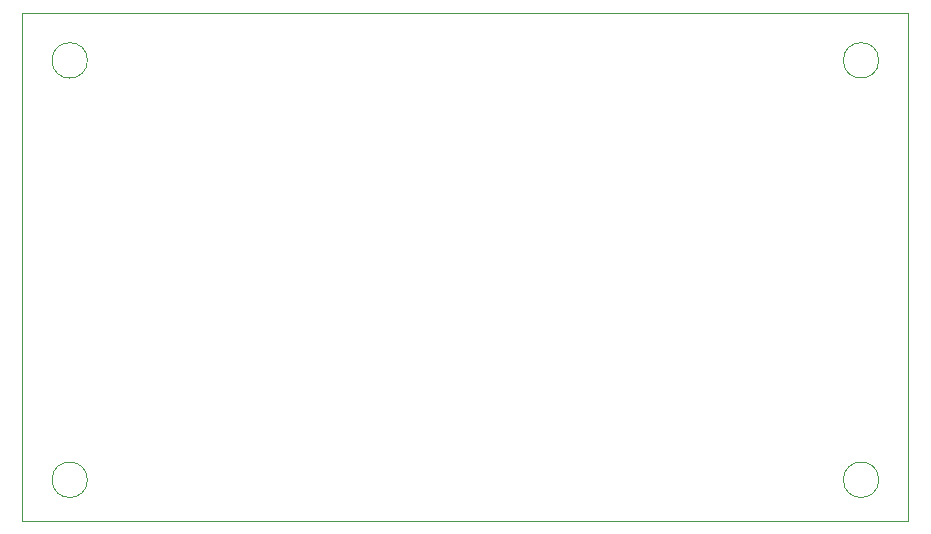
<source format=gm1>
G04 #@! TF.GenerationSoftware,KiCad,Pcbnew,(5.1.4-0-10_14)*
G04 #@! TF.CreationDate,2020-03-06T11:16:09+09:00*
G04 #@! TF.ProjectId,ReadoutBoard_v3_2,52656164-6f75-4744-926f-6172645f7633,rev?*
G04 #@! TF.SameCoordinates,Original*
G04 #@! TF.FileFunction,Profile,NP*
%FSLAX46Y46*%
G04 Gerber Fmt 4.6, Leading zero omitted, Abs format (unit mm)*
G04 Created by KiCad (PCBNEW (5.1.4-0-10_14)) date 2020-03-06 11:16:09*
%MOMM*%
%LPD*%
G04 APERTURE LIST*
%ADD10C,0.050000*%
G04 APERTURE END LIST*
D10*
X103500000Y-120510800D02*
G75*
G03X103500000Y-120510800I-1500000J0D01*
G01*
X170500000Y-120510800D02*
G75*
G03X170500000Y-120510800I-1500000J0D01*
G01*
X170500000Y-85000000D02*
G75*
G03X170500000Y-85000000I-1500000J0D01*
G01*
X103500000Y-85000000D02*
G75*
G03X103500000Y-85000000I-1500000J0D01*
G01*
X98000000Y-124000000D02*
X98000000Y-81000000D01*
X98000000Y-124000000D02*
X173000000Y-124000000D01*
X173000000Y-81000000D02*
X173000000Y-124000000D01*
X98000000Y-81000000D02*
X173000000Y-81000000D01*
M02*

</source>
